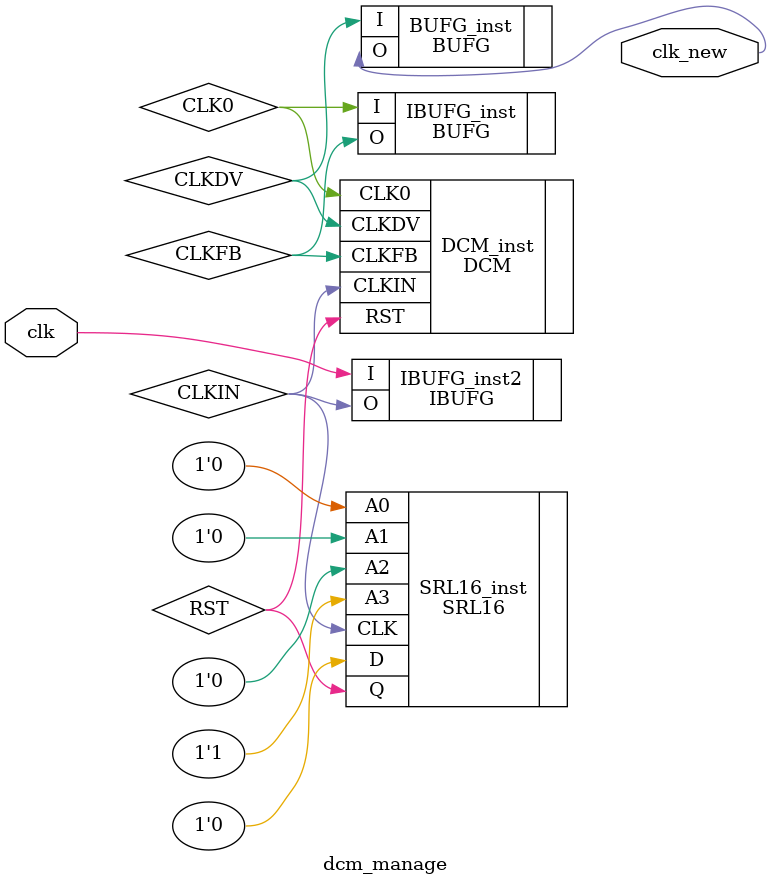
<source format=v>
`timescale 1ns / 1ps

//Dcm_manage module that is given the 100Mhz clock of the FPGA
//divides it by 16 and outputs as the new clock of the project
module dcm_manage (input clk,output clk_new);

	//Helps in reseting the DCM Properly and locking
	//16-bit shift register LUT operating on posedge of clock
	SRL16 #(
      .INIT(16'h000F) // Initial Value of Shift Register
   ) SRL16_inst (
      .Q(RST),       // SRL data output
      .A0(1'b0),     // Select[0] input
      .A1(1'b0),     // Select[1] input
      .A2(1'b0),     // Select[2] input
      .A3(1'b1),     // Select[3] input
      .CLK(CLKIN),   // Clock input
      .D(1'b0)        // SRL data input
   );

	//buffer for the clock feedback
	BUFG IBUFG_inst (
      .O(CLKFB),     // Clock buffer output
      .I(CLK0)      // Clock buffer input
   );

	//input clock buffer
	IBUFG #(
      .IOSTANDARD("DEFAULT")
   ) IBUFG_inst2 (
      .O(CLKIN),     // Clock buffer output
      .I(clk)      // Clock buffer input
   );

	//Global clock buffer which outputs
	//the new clock for the FPGA
	BUFG BUFG_inst (
      .O(clk_new),     // Clock buffer output
      .I(CLKDV)      // Clock buffer input
   );

//dcm
//Input goes through a buffer and then to the DCM
//In order to have a functional DCM we connect the clk output (CLK0) to feedback (CLKFB)
//Our output clock to be used is CLKDV which goes through a buffer and then the buffered clock (clk_new)
//is to be used for the LED_DRIVER circuit as the new clock
DCM #(
      .CLKDV_DIVIDE(16),   // Can be any integer from 1 to 32
      .CLK_FEEDBACK("1X")  // Specify clock feedback of NONE, 1X or 2X
   ) DCM_inst (
      .CLK0(CLK0),     // 0 degree DCM CLK output
      .CLKDV(CLKDV),   // Divided DCM CLK out (CLKDV_DIVIDE)
      .CLKFB(CLKFB),   // DCM clock feedback
      .CLKIN(CLKIN),   // Clock input (from IBUFG, BUFG or DCM)
      .RST(RST)        // DCM asynchronous reset input
   );
endmodule

</source>
